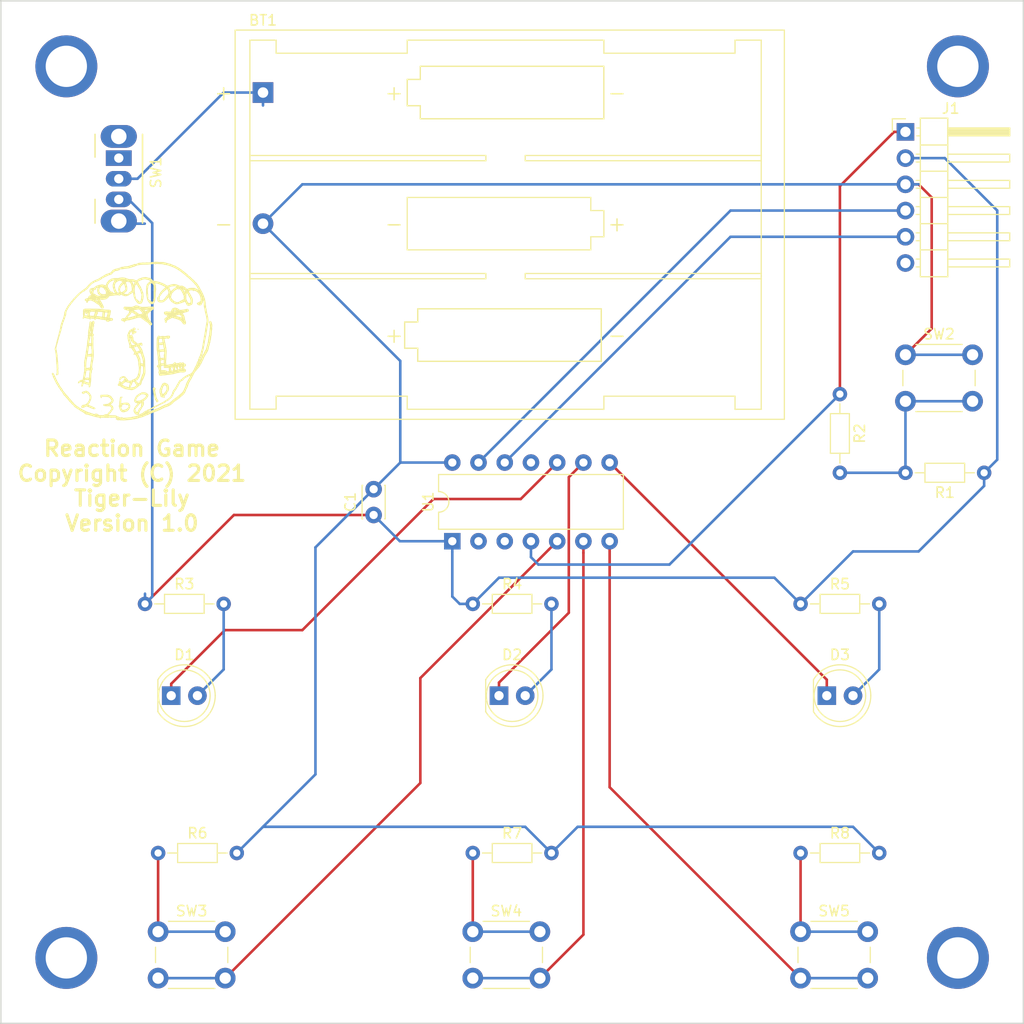
<source format=kicad_pcb>
(kicad_pcb (version 20171130) (host pcbnew 5.0.2-bee76a0~70~ubuntu18.04.1)
  (layers (0 F.Cu signal) (31 B.Cu signal) (34 B.Paste user) (35 F.Paste user) (36 B.SilkS user) (37 F.SilkS user) (38 B.Mask user) (39 F.Mask user) (44 Edge.Cuts user))
  (net 0 "")
  (net 1 "Net-(BT1-Pad1)")
  (net 2 /MCU_GND)
  (net 3 /MCU_PWR)
  (net 4 "Net-(D1-Pad2)")
  (net 5 "Net-(D2-Pad2)")
  (net 6 "Net-(D3-Pad2)")
  (net 7 "Net-(R7-Pad1)")
  (net 8 "Net-(R6-Pad1)")
  (net 9 "Net-(R1-Pad2)")
  (net 10 "Net-(R8-Pad1)")
  (net 11 /LED_P2)
  (net 12 "Net-(U1-Pad2)")
  (net 13 /LED_GO)
  (net 14 "Net-(U1-Pad3)")
  (net 15 /LED_P1)
  (net 16 "Net-(U1-Pad11)")
  (net 17 /SW_P2)
  (net 18 /SW_GO)
  (net 19 /SW_P1)
  (net 20 /MCU_VPP)
  (net 21 /MCU_ICSPXXX)
  (net 22 /MCU_ICSPYYY)
  (net 23 "Net-(J1-Pad6)")
  (net 24 "Net-(SW1-Pad1)")
  (module Resistor_THT:R_Axial_DIN0204_L3.6mm_D1.6mm_P7.62mm_Horizontal (layer F.Cu) (at 105.41 134.62)
    (fp_text reference R6 (at 3.81 -1.92) (layer F.SilkS))
    (fp_text value 330R)
    (pad 2 thru_hole oval (at 7.62 0) (size 1.4 1.4) (drill 0.7) (layers *.Cu *.Mask) (net 2 /MCU_GND))
    (pad 1 thru_hole circle (at 0 0) (size 1.4 1.4) (drill 0.7) (layers *.Cu *.Mask) (net 8 "Net-(R6-Pad1)"))
  )
  (module Button_Switch_THT:SW_PUSH_6mm (layer F.Cu) (at 135.89 142.24)
    (fp_text reference SW4 (at 3.25 -2) (layer F.SilkS))
    (fp_text value SW_PLAY)
    (pad 1 thru_hole circle (at 6.5 0 90) (size 2 2) (drill 1.1) (layers *.Cu *.Mask) (net 7 "Net-(R7-Pad1)"))
    (pad 2 thru_hole circle (at 6.5 4.5 90) (size 2 2) (drill 1.1) (layers *.Cu *.Mask) (net 18 /SW_GO))
    (pad 1 thru_hole circle (at 0 0 90) (size 2 2) (drill 1.1) (layers *.Cu *.Mask) (net 7 "Net-(R7-Pad1)"))
    (pad 2 thru_hole circle (at 0 4.5 90) (size 2 2) (drill 1.1) (layers *.Cu *.Mask) (net 18 /SW_GO))
  )
  (module Package_DIP:DIP-14_W7.62mm (layer F.Cu) (at 133.905964 104.418888 90)
    (fp_text reference U1 (at 3.81 -2.33 90) (layer F.SilkS))
    (fp_text value PIC16F15323-IP)
    (pad 1 thru_hole rect (at 0 0 90) (size 1.6 1.6) (drill 0.8) (layers *.Cu *.Mask) (net 3 /MCU_PWR))
    (pad 8 thru_hole oval (at 7.62 15.24 90) (size 1.6 1.6) (drill 0.8) (layers *.Cu *.Mask) (net 11 /LED_P2))
    (pad 2 thru_hole oval (at 0 2.54 90) (size 1.6 1.6) (drill 0.8) (layers *.Cu *.Mask) (net 12 "Net-(U1-Pad2)"))
    (pad 9 thru_hole oval (at 7.62 12.7 90) (size 1.6 1.6) (drill 0.8) (layers *.Cu *.Mask) (net 13 /LED_GO))
    (pad 3 thru_hole oval (at 0 5.08 90) (size 1.6 1.6) (drill 0.8) (layers *.Cu *.Mask) (net 14 "Net-(U1-Pad3)"))
    (pad 10 thru_hole oval (at 7.62 10.16 90) (size 1.6 1.6) (drill 0.8) (layers *.Cu *.Mask) (net 15 /LED_P1))
    (pad 4 thru_hole oval (at 0 7.62 90) (size 1.6 1.6) (drill 0.8) (layers *.Cu *.Mask) (net 20 /MCU_VPP))
    (pad 11 thru_hole oval (at 7.62 7.62 90) (size 1.6 1.6) (drill 0.8) (layers *.Cu *.Mask) (net 16 "Net-(U1-Pad11)"))
    (pad 5 thru_hole oval (at 0 10.16 90) (size 1.6 1.6) (drill 0.8) (layers *.Cu *.Mask) (net 19 /SW_P1))
    (pad 12 thru_hole oval (at 7.62 5.08 90) (size 1.6 1.6) (drill 0.8) (layers *.Cu *.Mask) (net 22 /MCU_ICSPYYY))
    (pad 6 thru_hole oval (at 0 12.7 90) (size 1.6 1.6) (drill 0.8) (layers *.Cu *.Mask) (net 18 /SW_GO))
    (pad 13 thru_hole oval (at 7.62 2.54 90) (size 1.6 1.6) (drill 0.8) (layers *.Cu *.Mask) (net 21 /MCU_ICSPXXX))
    (pad 7 thru_hole oval (at 0 15.24 90) (size 1.6 1.6) (drill 0.8) (layers *.Cu *.Mask) (net 17 /SW_P2))
    (pad 14 thru_hole oval (at 7.62 0 90) (size 1.6 1.6) (drill 0.8) (layers *.Cu *.Mask) (net 2 /MCU_GND))
  )
  (module Battery:BatteryHolder_Keystone_2479_3xAAA (layer F.Cu) (at 115.57 60.96)
    (fp_text reference BT1 (at 0 -7 180) (layer F.SilkS))
    (fp_text value Battery)
    (fp_text user + (at 12.7 0) (layer F.SilkS) (effects (font (size 1.5 1.5))))
    (fp_text user + (at 34.29 12.7) (layer F.SilkS) (effects (font (size 1.5 1.5))))
    (fp_text user + (at 12.7 23.495) (layer F.SilkS) (effects (font (size 1.5 1.5))))
    (fp_text user - (at 12.7 12.7) (layer F.SilkS) (effects (font (size 1.5 1.5))))
    (fp_text user - (at 34.29 23.495) (layer F.SilkS) (effects (font (size 1.5 1.5))))
    (fp_text user - (at 34.29 0) (layer F.SilkS) (effects (font (size 1.5 1.5))))
    (fp_text user - (at -3.81 12.7) (layer F.SilkS) (effects (font (size 1.5 1.5))))
    (fp_text user + (at -3.81 0) (layer F.SilkS) (effects (font (size 1.5 1.5))))
    (pad 1 thru_hole rect (at 0 0) (size 2 2) (drill 1.02) (layers *.Cu *.Mask) (net 1 "Net-(BT1-Pad1)"))
    (pad 2 thru_hole circle (at 0 12.7) (size 2 2) (drill 1.02) (layers *.Cu *.Mask) (net 2 /MCU_GND))
    (pad "" np_thru_hole circle (at 23.7236 23.495) (size 3.5 3.5) (drill 3.5) (layers *.Cu *.Mask))
    (pad "" np_thru_hole circle (at 23.7236 0) (size 3.5 3.5) (drill 3.5) (layers *.Cu *.Mask))
  )
  (module Resistor_THT:R_Axial_DIN0204_L3.6mm_D1.6mm_P7.62mm_Horizontal (layer F.Cu) (at 135.89 110.49)
    (fp_text reference R4 (at 3.81 -1.92) (layer F.SilkS))
    (fp_text value 330R)
    (pad 2 thru_hole oval (at 7.62 0) (size 1.4 1.4) (drill 0.7) (layers *.Cu *.Mask) (net 5 "Net-(D2-Pad2)"))
    (pad 1 thru_hole circle (at 0 0) (size 1.4 1.4) (drill 0.7) (layers *.Cu *.Mask) (net 3 /MCU_PWR))
  )
  (module LED_THT:LED_D5.0mm (layer F.Cu) (at 170.18 119.38)
    (fp_text reference D3 (at 1.27 -3.96) (layer F.SilkS))
    (fp_text value LED)
    (pad 1 thru_hole rect (at 0 0) (size 1.8 1.8) (drill 0.9) (layers *.Cu *.Mask) (net 11 /LED_P2))
    (pad 2 thru_hole circle (at 2.54 0) (size 1.8 1.8) (drill 0.9) (layers *.Cu *.Mask) (net 6 "Net-(D3-Pad2)"))
  )
  (module Button_Switch_THT:SW_PUSH_6mm (layer F.Cu) (at 167.64 142.24)
    (fp_text reference SW5 (at 3.25 -2) (layer F.SilkS))
    (fp_text value SW_P2)
    (pad 2 thru_hole circle (at 0 4.5 90) (size 2 2) (drill 1.1) (layers *.Cu *.Mask) (net 17 /SW_P2))
    (pad 1 thru_hole circle (at 0 0 90) (size 2 2) (drill 1.1) (layers *.Cu *.Mask) (net 10 "Net-(R8-Pad1)"))
    (pad 2 thru_hole circle (at 6.5 4.5 90) (size 2 2) (drill 1.1) (layers *.Cu *.Mask) (net 17 /SW_P2))
    (pad 1 thru_hole circle (at 6.5 0 90) (size 2 2) (drill 1.1) (layers *.Cu *.Mask) (net 10 "Net-(R8-Pad1)"))
  )
  (module Resistor_THT:R_Axial_DIN0204_L3.6mm_D1.6mm_P7.62mm_Horizontal (layer F.Cu) (at 167.64 134.62)
    (fp_text reference R8 (at 3.81 -1.92) (layer F.SilkS))
    (fp_text value 330R)
    (pad 1 thru_hole circle (at 0 0) (size 1.4 1.4) (drill 0.7) (layers *.Cu *.Mask) (net 10 "Net-(R8-Pad1)"))
    (pad 2 thru_hole oval (at 7.62 0) (size 1.4 1.4) (drill 0.7) (layers *.Cu *.Mask) (net 2 /MCU_GND))
  )
  (module Connector_PinHeader_2.54mm:PinHeader_1x06_P2.54mm_Horizontal (layer F.Cu) (at 177.8 64.77)
    (fp_text reference J1 (at 4.385 -2.27) (layer F.SilkS))
    (fp_text value Conn_01x06_Male)
    (pad 1 thru_hole rect (at 0 0) (size 1.7 1.7) (drill 1) (layers *.Cu *.Mask) (net 20 /MCU_VPP))
    (pad 2 thru_hole oval (at 0 2.54) (size 1.7 1.7) (drill 1) (layers *.Cu *.Mask) (net 3 /MCU_PWR))
    (pad 3 thru_hole oval (at 0 5.08) (size 1.7 1.7) (drill 1) (layers *.Cu *.Mask) (net 2 /MCU_GND))
    (pad 4 thru_hole oval (at 0 7.62) (size 1.7 1.7) (drill 1) (layers *.Cu *.Mask) (net 21 /MCU_ICSPXXX))
    (pad 5 thru_hole oval (at 0 10.16) (size 1.7 1.7) (drill 1) (layers *.Cu *.Mask) (net 22 /MCU_ICSPYYY))
    (pad 6 thru_hole oval (at 0 12.7) (size 1.7 1.7) (drill 1) (layers *.Cu *.Mask) (net 23 "Net-(J1-Pad6)"))
  )
  (module Resistor_THT:R_Axial_DIN0204_L3.6mm_D1.6mm_P7.62mm_Horizontal (layer F.Cu) (at 135.89 134.62)
    (fp_text reference R7 (at 3.81 -1.92) (layer F.SilkS))
    (fp_text value 330R)
    (pad 2 thru_hole oval (at 7.62 0) (size 1.4 1.4) (drill 0.7) (layers *.Cu *.Mask) (net 2 /MCU_GND))
    (pad 1 thru_hole circle (at 0 0) (size 1.4 1.4) (drill 0.7) (layers *.Cu *.Mask) (net 7 "Net-(R7-Pad1)"))
  )
  (module Resistor_THT:R_Axial_DIN0204_L3.6mm_D1.6mm_P7.62mm_Horizontal (layer F.Cu) (at 185.42 97.79 180)
    (fp_text reference R1 (at 3.81 -1.92 180) (layer F.SilkS))
    (fp_text value 10K)
    (pad 1 thru_hole circle (at 0 0 180) (size 1.4 1.4) (drill 0.7) (layers *.Cu *.Mask) (net 3 /MCU_PWR))
    (pad 2 thru_hole oval (at 7.62 0 180) (size 1.4 1.4) (drill 0.7) (layers *.Cu *.Mask) (net 9 "Net-(R1-Pad2)"))
  )
  (module Resistor_THT:R_Axial_DIN0204_L3.6mm_D1.6mm_P7.62mm_Horizontal (layer F.Cu) (at 171.45 90.17 270)
    (fp_text reference R2 (at 3.81 -1.92 270) (layer F.SilkS))
    (fp_text value 1K)
    (pad 2 thru_hole oval (at 7.62 0 270) (size 1.4 1.4) (drill 0.7) (layers *.Cu *.Mask) (net 9 "Net-(R1-Pad2)"))
    (pad 1 thru_hole circle (at 0 0 270) (size 1.4 1.4) (drill 0.7) (layers *.Cu *.Mask) (net 20 /MCU_VPP))
  )
  (module LED_THT:LED_D5.0mm (layer F.Cu) (at 138.43 119.38)
    (fp_text reference D2 (at 1.27 -3.96) (layer F.SilkS))
    (fp_text value LED)
    (pad 2 thru_hole circle (at 2.54 0) (size 1.8 1.8) (drill 0.9) (layers *.Cu *.Mask) (net 5 "Net-(D2-Pad2)"))
    (pad 1 thru_hole rect (at 0 0) (size 1.8 1.8) (drill 0.9) (layers *.Cu *.Mask) (net 13 /LED_GO))
  )
  (module LED_THT:LED_D5.0mm (layer F.Cu) (at 106.68 119.38)
    (fp_text reference D1 (at 1.27 -3.96) (layer F.SilkS))
    (fp_text value LED)
    (pad 1 thru_hole rect (at 0 0) (size 1.8 1.8) (drill 0.9) (layers *.Cu *.Mask) (net 15 /LED_P1))
    (pad 2 thru_hole circle (at 2.54 0) (size 1.8 1.8) (drill 0.9) (layers *.Cu *.Mask) (net 4 "Net-(D1-Pad2)"))
  )
  (module Button_Switch_THT:SW_PUSH_6mm (layer F.Cu) (at 177.8 86.36)
    (fp_text reference SW2 (at 3.25 -2) (layer F.SilkS))
    (fp_text value SW_RESET)
    (pad 1 thru_hole circle (at 6.5 0 90) (size 2 2) (drill 1.1) (layers *.Cu *.Mask) (net 2 /MCU_GND))
    (pad 2 thru_hole circle (at 6.5 4.5 90) (size 2 2) (drill 1.1) (layers *.Cu *.Mask) (net 9 "Net-(R1-Pad2)"))
    (pad 1 thru_hole circle (at 0 0 90) (size 2 2) (drill 1.1) (layers *.Cu *.Mask) (net 2 /MCU_GND))
    (pad 2 thru_hole circle (at 0 4.5 90) (size 2 2) (drill 1.1) (layers *.Cu *.Mask) (net 9 "Net-(R1-Pad2)"))
  )
  (module Button_Switch_THT:SW_PUSH_6mm (layer F.Cu) (at 105.41 142.24)
    (fp_text reference SW3 (at 3.25 -2) (layer F.SilkS))
    (fp_text value SW_P1)
    (pad 2 thru_hole circle (at 0 4.5 90) (size 2 2) (drill 1.1) (layers *.Cu *.Mask) (net 19 /SW_P1))
    (pad 1 thru_hole circle (at 0 0 90) (size 2 2) (drill 1.1) (layers *.Cu *.Mask) (net 8 "Net-(R6-Pad1)"))
    (pad 2 thru_hole circle (at 6.5 4.5 90) (size 2 2) (drill 1.1) (layers *.Cu *.Mask) (net 19 /SW_P1))
    (pad 1 thru_hole circle (at 6.5 0 90) (size 2 2) (drill 1.1) (layers *.Cu *.Mask) (net 8 "Net-(R6-Pad1)"))
  )
  (module Capacitor_THT:C_Disc_D3.0mm_W2.0mm_P2.50mm (layer F.Cu) (at 126.285964 101.878888 90)
    (fp_text reference C1 (at 1.25 -2.25 90) (layer F.SilkS))
    (fp_text value 0.1uF)
    (pad 1 thru_hole circle (at 0 0 90) (size 1.6 1.6) (drill 0.8) (layers *.Cu *.Mask) (net 3 /MCU_PWR))
    (pad 2 thru_hole circle (at 2.5 0 90) (size 1.6 1.6) (drill 0.8) (layers *.Cu *.Mask) (net 2 /MCU_GND))
  )
  (module Resistor_THT:R_Axial_DIN0204_L3.6mm_D1.6mm_P7.62mm_Horizontal (layer F.Cu) (at 104.14 110.49)
    (fp_text reference R3 (at 3.81 -1.92) (layer F.SilkS))
    (fp_text value 330R)
    (pad 1 thru_hole circle (at 0 0) (size 1.4 1.4) (drill 0.7) (layers *.Cu *.Mask) (net 3 /MCU_PWR))
    (pad 2 thru_hole oval (at 7.62 0) (size 1.4 1.4) (drill 0.7) (layers *.Cu *.Mask) (net 4 "Net-(D1-Pad2)"))
  )
  (module Resistor_THT:R_Axial_DIN0204_L3.6mm_D1.6mm_P7.62mm_Horizontal (layer F.Cu) (at 167.64 110.49)
    (fp_text reference R5 (at 3.81 -1.92) (layer F.SilkS))
    (fp_text value 330R)
    (pad 1 thru_hole circle (at 0 0) (size 1.4 1.4) (drill 0.7) (layers *.Cu *.Mask) (net 3 /MCU_PWR))
    (pad 2 thru_hole oval (at 7.62 0) (size 1.4 1.4) (drill 0.7) (layers *.Cu *.Mask) (net 6 "Net-(D3-Pad2)"))
  )
  (module Button_Switch_THT:SW_CuK_OS102011MA1QN1_SPDT_Angled (layer F.Cu) (at 101.6 67.31 270)
    (fp_text reference SW1 (at 1.4 -3.6 270) (layer F.SilkS))
    (fp_text value SW_PWR)
    (pad 1 thru_hole rect (at 0 0 270) (size 1.5 2.5) (drill 0.9) (layers *.Cu *.Mask) (net 24 "Net-(SW1-Pad1)"))
    (pad 2 thru_hole oval (at 2 0 270) (size 1.5 2.5) (drill 0.9) (layers *.Cu *.Mask) (net 1 "Net-(BT1-Pad1)"))
    (pad 3 thru_hole oval (at 4 0 270) (size 1.5 2.5) (drill 0.9) (layers *.Cu *.Mask) (net 3 /MCU_PWR))
    (pad "" thru_hole oval (at -2.1 0 270) (size 2.2 3.5) (drill 1.5) (layers *.Cu *.Mask))
    (pad "" thru_hole oval (at 6.1 0 270) (size 2.2 3.5) (drill 1.5) (layers *.Cu *.Mask))
  )
  (module tiger-lily-logo:tiger-lily-logo-160 (layer F.Cu) (at 102.87 85.09)
    (fp_text reference G*** hide)
    (fp_text value LOGO hide)
  )
  (gr_line (start 189.23 151.13) (end 90.17 151.13) (layer Edge.Cuts) (width 0.15))
  (gr_text "Reaction Game\nCopyright (C) 2021\nTiger-Lily\nVersion 1.0" (at 102.87 99.06) (layer F.SilkS) (effects (font (size 1.5 1.5) (thickness 0.3))))
  (gr_line (start 90.17 151.13) (end 90.17 52.07) (layer Edge.Cuts) (width 0.15))
  (gr_line (start 189.23 52.07) (end 189.23 151.13) (layer Edge.Cuts) (width 0.15))
  (gr_line (start 90.17 52.07) (end 189.23 52.07) (layer Edge.Cuts) (width 0.15))
  (via (at 182.88 58.42) (size 6) (drill 4) (layers F.Cu B.Cu) (net 0))
  (via (at 96.52 58.42) (size 6) (drill 4) (layers F.Cu B.Cu) (net 0))
  (via (at 182.88 144.78) (size 6) (drill 4) (layers F.Cu B.Cu) (net 0))
  (via (at 96.52 144.78) (size 6) (drill 4) (layers F.Cu B.Cu) (net 0))
  (segment (start 103.1 73.66) (end 101.6 73.66) (width 0.25) (layer B.Cu) (net 0))
  (segment (start 104.12 73.66) (end 103.1 73.66) (width 0.25) (layer B.Cu) (net 0))
  (segment (start 115.57 60.96) (end 115.57 62.21) (width 0.25) (layer B.Cu) (net 1))
  (segment (start 115.57 60.96) (end 111.76 60.96) (width 0.25) (layer B.Cu) (net 1))
  (segment (start 103.41 69.31) (end 101.6 69.31) (width 0.25) (layer B.Cu) (net 1))
  (segment (start 111.76 60.96) (end 103.41 69.31) (width 0.25) (layer B.Cu) (net 1))
  (segment (start 133.905964 96.798888) (end 128.865964 96.798888) (width 0.25) (layer B.Cu) (net 2))
  (segment (start 128.865964 96.798888) (end 126.285964 99.378888) (width 0.25) (layer B.Cu) (net 2))
  (segment (start 113.03 134.62) (end 115.57 132.08) (width 0.25) (layer B.Cu) (net 2))
  (segment (start 115.57 132.08) (end 140.97 132.08) (width 0.25) (layer B.Cu) (net 2))
  (segment (start 140.97 132.08) (end 143.51 134.62) (width 0.25) (layer B.Cu) (net 2))
  (segment (start 143.51 134.62) (end 146.05 132.08) (width 0.25) (layer B.Cu) (net 2))
  (segment (start 146.05 132.08) (end 172.72 132.08) (width 0.25) (layer B.Cu) (net 2))
  (segment (start 172.72 132.08) (end 175.26 134.62) (width 0.25) (layer B.Cu) (net 2))
  (segment (start 128.865964 86.955964) (end 115.57 73.66) (width 0.25) (layer B.Cu) (net 2))
  (segment (start 128.865964 96.798888) (end 128.865964 86.955964) (width 0.25) (layer B.Cu) (net 2))
  (segment (start 120.65 127) (end 115.57 132.08) (width 0.25) (layer B.Cu) (net 2))
  (segment (start 120.65 105.014852) (end 120.65 127) (width 0.25) (layer B.Cu) (net 2))
  (segment (start 126.285964 99.378888) (end 120.65 105.014852) (width 0.25) (layer B.Cu) (net 2))
  (segment (start 119.38 69.85) (end 115.57 73.66) (width 0.25) (layer B.Cu) (net 2))
  (segment (start 177.8 69.85) (end 119.38 69.85) (width 0.25) (layer B.Cu) (net 2))
  (segment (start 177.8 86.36) (end 184.3 86.36) (width 0.25) (layer B.Cu) (net 2))
  (segment (start 177.8 69.85) (end 179.07 69.85) (width 0.25) (layer B.Cu) (net 2))
  (segment (start 177.8 69.85) (end 179.07 69.85) (width 0.25) (layer F.Cu) (net 2))
  (segment (start 179.07 69.85) (end 180.34 71.12) (width 0.25) (layer F.Cu) (net 2))
  (segment (start 180.34 71.12) (end 180.34 83.82) (width 0.25) (layer F.Cu) (net 2))
  (segment (start 180.34 83.82) (end 177.8 86.36) (width 0.25) (layer F.Cu) (net 2))
  (segment (start 128.825964 104.418888) (end 126.285964 101.878888) (width 0.25) (layer B.Cu) (net 3))
  (segment (start 133.905964 104.418888) (end 128.825964 104.418888) (width 0.25) (layer B.Cu) (net 3))
  (segment (start 104.14 109.500051) (end 104.14 110.49) (width 0.25) (layer B.Cu) (net 3))
  (segment (start 112.751112 101.878888) (end 104.14 110.49) (width 0.25) (layer F.Cu) (net 3))
  (segment (start 126.285964 101.878888) (end 112.751112 101.878888) (width 0.25) (layer F.Cu) (net 3))
  (segment (start 135.89 110.49) (end 134.62 110.49) (width 0.25) (layer B.Cu) (net 3))
  (segment (start 133.905964 105.468888) (end 133.905964 104.418888) (width 0.25) (layer B.Cu) (net 3))
  (segment (start 133.905964 109.775964) (end 133.905964 105.468888) (width 0.25) (layer B.Cu) (net 3))
  (segment (start 134.62 110.49) (end 133.905964 109.775964) (width 0.25) (layer B.Cu) (net 3))
  (segment (start 135.89 110.49) (end 138.43 107.95) (width 0.25) (layer B.Cu) (net 3))
  (segment (start 165.1 107.95) (end 167.64 110.49) (width 0.25) (layer B.Cu) (net 3))
  (segment (start 138.43 107.95) (end 165.1 107.95) (width 0.25) (layer B.Cu) (net 3))
  (segment (start 186.69 96.52) (end 185.42 97.79) (width 0.25) (layer B.Cu) (net 3))
  (segment (start 177.8 67.31) (end 181.61 67.31) (width 0.25) (layer B.Cu) (net 3))
  (segment (start 186.69 72.39) (end 186.69 96.52) (width 0.25) (layer B.Cu) (net 3))
  (segment (start 181.61 67.31) (end 186.69 72.39) (width 0.25) (layer B.Cu) (net 3))
  (segment (start 185.42 97.79) (end 185.42 99.06) (width 0.25) (layer B.Cu) (net 3))
  (segment (start 185.42 99.06) (end 179.07 105.41) (width 0.25) (layer B.Cu) (net 3))
  (segment (start 172.72 105.41) (end 167.64 110.49) (width 0.25) (layer B.Cu) (net 3))
  (segment (start 179.07 105.41) (end 172.72 105.41) (width 0.25) (layer B.Cu) (net 3))
  (segment (start 102.165268 71.31) (end 102.355268 71.12) (width 0.25) (layer B.Cu) (net 3))
  (segment (start 101.6 71.31) (end 102.165268 71.31) (width 0.25) (layer B.Cu) (net 3))
  (segment (start 104.839999 109.790001) (end 104.14 110.49) (width 0.25) (layer B.Cu) (net 3))
  (segment (start 104.839999 73.604731) (end 104.839999 109.790001) (width 0.25) (layer B.Cu) (net 3))
  (segment (start 102.355268 71.12) (end 104.839999 73.604731) (width 0.25) (layer B.Cu) (net 3))
  (segment (start 109.22 119.38) (end 111.76 116.84) (width 0.25) (layer B.Cu) (net 4))
  (segment (start 111.76 116.84) (end 111.76 110.49) (width 0.25) (layer B.Cu) (net 4))
  (segment (start 140.97 119.38) (end 143.51 116.84) (width 0.25) (layer B.Cu) (net 5))
  (segment (start 143.51 116.84) (end 143.51 110.49) (width 0.25) (layer B.Cu) (net 5))
  (segment (start 172.72 119.38) (end 175.26 116.84) (width 0.25) (layer B.Cu) (net 6))
  (segment (start 175.26 116.84) (end 175.26 110.49) (width 0.25) (layer B.Cu) (net 6))
  (segment (start 135.89 142.24) (end 142.39 142.24) (width 0.25) (layer B.Cu) (net 7))
  (segment (start 135.89 142.24) (end 135.89 134.62) (width 0.25) (layer F.Cu) (net 7))
  (segment (start 105.41 142.24) (end 111.91 142.24) (width 0.25) (layer B.Cu) (net 8))
  (segment (start 105.41 142.24) (end 105.41 134.62) (width 0.25) (layer F.Cu) (net 8))
  (segment (start 184.3 90.86) (end 177.8 90.86) (width 0.25) (layer B.Cu) (net 9))
  (segment (start 177.8 97.79) (end 177.8 90.86) (width 0.25) (layer B.Cu) (net 9))
  (segment (start 171.45 97.79) (end 177.8 97.79) (width 0.25) (layer B.Cu) (net 9))
  (segment (start 167.64 142.24) (end 174.14 142.24) (width 0.25) (layer B.Cu) (net 10))
  (segment (start 167.64 142.24) (end 167.64 134.62) (width 0.25) (layer F.Cu) (net 10))
  (segment (start 170.18 117.832924) (end 170.18 119.38) (width 0.25) (layer F.Cu) (net 11))
  (segment (start 149.145964 96.798888) (end 170.18 117.832924) (width 0.25) (layer F.Cu) (net 11))
  (segment (start 138.43 118.11) (end 138.43 119.38) (width 0.25) (layer F.Cu) (net 13))
  (segment (start 146.605964 96.798888) (end 145.190965 98.213887) (width 0.25) (layer F.Cu) (net 13))
  (segment (start 145.190965 111.349035) (end 138.43 118.11) (width 0.25) (layer F.Cu) (net 13))
  (segment (start 145.190965 98.213887) (end 145.190965 111.349035) (width 0.25) (layer F.Cu) (net 13))
  (segment (start 106.68 118.23) (end 111.88 113.03) (width 0.25) (layer F.Cu) (net 15))
  (segment (start 106.68 119.38) (end 106.68 118.23) (width 0.25) (layer F.Cu) (net 15))
  (segment (start 111.88 113.03) (end 119.38 113.03) (width 0.25) (layer F.Cu) (net 15))
  (segment (start 119.38 113.03) (end 132.08 100.33) (width 0.25) (layer F.Cu) (net 15))
  (segment (start 140.534852 100.33) (end 144.065964 96.798888) (width 0.25) (layer F.Cu) (net 15))
  (segment (start 132.08 100.33) (end 140.534852 100.33) (width 0.25) (layer F.Cu) (net 15))
  (segment (start 174.14 146.74) (end 172.725787 146.74) (width 0.25) (layer B.Cu) (net 17))
  (segment (start 172.725787 146.74) (end 167.64 146.74) (width 0.25) (layer B.Cu) (net 17))
  (segment (start 149.145964 128.245964) (end 149.145964 104.418888) (width 0.25) (layer F.Cu) (net 17))
  (segment (start 167.64 146.74) (end 149.145964 128.245964) (width 0.25) (layer F.Cu) (net 17))
  (segment (start 135.89 146.74) (end 142.39 146.74) (width 0.25) (layer B.Cu) (net 18))
  (segment (start 146.605964 105.550258) (end 146.605964 104.418888) (width 0.25) (layer F.Cu) (net 18))
  (segment (start 142.39 146.74) (end 146.605964 142.524036) (width 0.25) (layer F.Cu) (net 18))
  (segment (start 146.605964 142.524036) (end 146.605964 105.550258) (width 0.25) (layer F.Cu) (net 18))
  (segment (start 110.495787 146.74) (end 105.41 146.74) (width 0.25) (layer B.Cu) (net 19))
  (segment (start 111.91 146.74) (end 110.495787 146.74) (width 0.25) (layer B.Cu) (net 19))
  (segment (start 111.91 146.74) (end 130.81 127.84) (width 0.25) (layer F.Cu) (net 19))
  (segment (start 143.265965 105.218887) (end 144.065964 104.418888) (width 0.25) (layer F.Cu) (net 19))
  (segment (start 130.81 117.674852) (end 143.265965 105.218887) (width 0.25) (layer F.Cu) (net 19))
  (segment (start 130.81 127.84) (end 130.81 117.674852) (width 0.25) (layer F.Cu) (net 19))
  (segment (start 141.525964 104.418888) (end 141.525964 105.965964) (width 0.25) (layer B.Cu) (net 20))
  (segment (start 141.525964 105.965964) (end 142.24 106.68) (width 0.25) (layer B.Cu) (net 20))
  (segment (start 154.94 106.68) (end 171.45 90.17) (width 0.25) (layer B.Cu) (net 20))
  (segment (start 142.24 106.68) (end 154.94 106.68) (width 0.25) (layer B.Cu) (net 20))
  (segment (start 171.45 90.17) (end 171.45 70.02) (width 0.25) (layer F.Cu) (net 20))
  (segment (start 176.7 64.77) (end 177.8 64.77) (width 0.25) (layer F.Cu) (net 20))
  (segment (start 171.45 70.02) (end 176.7 64.77) (width 0.25) (layer F.Cu) (net 20))
  (segment (start 160.854852 72.39) (end 136.445964 96.798888) (width 0.25) (layer B.Cu) (net 21))
  (segment (start 177.8 72.39) (end 160.854852 72.39) (width 0.25) (layer B.Cu) (net 21))
  (segment (start 160.854852 74.93) (end 138.985964 96.798888) (width 0.25) (layer B.Cu) (net 22))
  (segment (start 177.8 74.93) (end 160.854852 74.93) (width 0.25) (layer B.Cu) (net 22))
)
</source>
